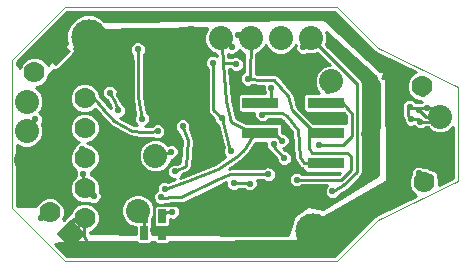
<source format=gbl>
G04 (created by PCBNEW (2013-jul-07)-stable) date Mon 22 Jun 2015 08:36:27 PM EDT*
%MOIN*%
G04 Gerber Fmt 3.4, Leading zero omitted, Abs format*
%FSLAX34Y34*%
G01*
G70*
G90*
G04 APERTURE LIST*
%ADD10C,0.00590551*%
%ADD11C,0.00393701*%
%ADD12R,0.119X0.038*%
%ADD13R,0.07X0.07*%
%ADD14C,0.07*%
%ADD15C,0.08*%
%ADD16C,0.11811*%
%ADD17R,0.025X0.045*%
%ADD18C,0.022*%
%ADD19C,0.009*%
%ADD20C,0.02*%
%ADD21C,0.01*%
G04 APERTURE END LIST*
G54D10*
G54D11*
X28718Y-19360D02*
X19662Y-19360D01*
X28718Y-27825D02*
X19662Y-27825D01*
X19662Y-27825D02*
X17891Y-26053D01*
X17891Y-21132D02*
X19662Y-19360D01*
X32753Y-25167D02*
X30096Y-26447D01*
X32753Y-22018D02*
X32753Y-25167D01*
X30096Y-20738D02*
X32753Y-22018D01*
X17891Y-21132D02*
X17891Y-26053D01*
X28718Y-19360D02*
X30096Y-20738D01*
X28718Y-27825D02*
X30096Y-26447D01*
G54D12*
X26170Y-22551D03*
X26170Y-23551D03*
X26170Y-24551D03*
X28350Y-22551D03*
X28350Y-23551D03*
X28350Y-24551D03*
G54D13*
X20325Y-21395D03*
G54D14*
X20325Y-22395D03*
X20325Y-23395D03*
X20325Y-24395D03*
X20325Y-25395D03*
X20325Y-26395D03*
G54D10*
G36*
X19355Y-20319D02*
X19850Y-20814D01*
X19355Y-21309D01*
X18860Y-20814D01*
X19355Y-20319D01*
X19355Y-20319D01*
G37*
G54D14*
X18648Y-21521D03*
G54D10*
G36*
X30182Y-21741D02*
X30478Y-21107D01*
X31112Y-21403D01*
X30817Y-22037D01*
X30182Y-21741D01*
X30182Y-21741D01*
G37*
G54D14*
X31554Y-21995D03*
G54D10*
G36*
X30541Y-26093D02*
X30245Y-25459D01*
X30880Y-25163D01*
X31175Y-25797D01*
X30541Y-26093D01*
X30541Y-26093D01*
G37*
G54D14*
X31617Y-25205D03*
G54D10*
G36*
X20356Y-26908D02*
X19861Y-27403D01*
X19366Y-26908D01*
X19861Y-26413D01*
X20356Y-26908D01*
X20356Y-26908D01*
G37*
G54D14*
X19154Y-26201D03*
G54D15*
X32170Y-23010D03*
X32130Y-24060D03*
X22676Y-24314D03*
G54D16*
X20450Y-20344D03*
X27930Y-26840D03*
G54D15*
X24850Y-20400D03*
X25850Y-20400D03*
X26850Y-20400D03*
X23850Y-20400D03*
X18383Y-23494D03*
X18383Y-22510D03*
X18379Y-24462D03*
X27857Y-20381D03*
G54D17*
X22886Y-26325D03*
X22286Y-26325D03*
X22299Y-26897D03*
X22899Y-26897D03*
G54D15*
X22092Y-26148D03*
X28533Y-21840D03*
G54D18*
X23247Y-26184D03*
X20277Y-24936D03*
X23332Y-24836D03*
X23585Y-23333D03*
X20624Y-25660D03*
X26637Y-20463D03*
X24584Y-21227D03*
X25827Y-25241D03*
X25299Y-25229D03*
X25190Y-24158D03*
X24894Y-23073D03*
X30750Y-21452D03*
X30681Y-25547D03*
X19754Y-27194D03*
X19362Y-20733D03*
X19632Y-20865D03*
X19976Y-27018D03*
X30610Y-21660D03*
X31623Y-23909D03*
X31056Y-23916D03*
X31266Y-24427D03*
X31900Y-24440D03*
X30946Y-25431D03*
X28128Y-23945D03*
X26238Y-22943D03*
X28578Y-25497D03*
X26544Y-22041D03*
X27608Y-20700D03*
X26616Y-23934D03*
X26978Y-24398D03*
X28854Y-21006D03*
X22614Y-26778D03*
X23765Y-20898D03*
X26064Y-22082D03*
X26400Y-20998D03*
X28986Y-23106D03*
X23638Y-25976D03*
X25836Y-23016D03*
X24024Y-24339D03*
X21371Y-24917D03*
X18483Y-25554D03*
X20713Y-21406D03*
X26196Y-26105D03*
X27059Y-23378D03*
X31469Y-22775D03*
X27534Y-22658D03*
X28004Y-21445D03*
X21858Y-24385D03*
X29898Y-23690D03*
X30033Y-23405D03*
X29796Y-23288D03*
X29646Y-23588D03*
X31161Y-22677D03*
X31214Y-23089D03*
X31722Y-22729D03*
X31511Y-23179D03*
X18932Y-24462D03*
X19226Y-23349D03*
X24890Y-26730D03*
X22755Y-23499D03*
X23190Y-24184D03*
X18582Y-21318D03*
X18600Y-21702D03*
X31602Y-22250D03*
X31773Y-22051D03*
X31457Y-24902D03*
X31770Y-25020D03*
X19128Y-26184D03*
X18867Y-26379D03*
X21446Y-22798D03*
X21156Y-22216D03*
X22096Y-20766D03*
X22233Y-23088D03*
X18678Y-22510D03*
X28416Y-22155D03*
X18678Y-23100D03*
X25437Y-20283D03*
X25763Y-21749D03*
X27389Y-25109D03*
X26439Y-24935D03*
X22866Y-25697D03*
X28469Y-23602D03*
X25233Y-20682D03*
X25366Y-21262D03*
X26061Y-23556D03*
X26895Y-23808D03*
X22983Y-25418D03*
X21867Y-25950D03*
X20400Y-23444D03*
X20238Y-24086D03*
G54D19*
X23112Y-26184D02*
X23027Y-26184D01*
X23027Y-26184D02*
X22886Y-26325D01*
X23247Y-26184D02*
X23112Y-26184D01*
X23112Y-26184D02*
X23147Y-26184D01*
X20295Y-25400D02*
X20338Y-25400D01*
X20338Y-25400D02*
X20624Y-25660D01*
X20277Y-24936D02*
X20295Y-25175D01*
X20295Y-25175D02*
X20295Y-25400D01*
X23760Y-23787D02*
X23585Y-23381D01*
X23585Y-23381D02*
X23585Y-23333D01*
X23332Y-24836D02*
X23694Y-24644D01*
X23694Y-24644D02*
X23760Y-23787D01*
X26700Y-20400D02*
X26850Y-20400D01*
X26637Y-20463D02*
X26700Y-20400D01*
X24612Y-22791D02*
X24894Y-23073D01*
X24612Y-21255D02*
X24612Y-22791D01*
X24584Y-21227D02*
X24612Y-21255D01*
X25827Y-25241D02*
X25815Y-25229D01*
X25815Y-25229D02*
X25299Y-25229D01*
X25190Y-24158D02*
X25145Y-24030D01*
X25145Y-24030D02*
X24894Y-23073D01*
X30725Y-21476D02*
X30725Y-21609D01*
X30750Y-21452D02*
X30725Y-21476D01*
X30796Y-25431D02*
X30946Y-25431D01*
X30681Y-25547D02*
X30796Y-25431D01*
X19754Y-27194D02*
X19861Y-26908D01*
X19455Y-20088D02*
X19420Y-20778D01*
X19362Y-20733D02*
X19420Y-20778D01*
X19632Y-20865D02*
X19420Y-20778D01*
X20298Y-26976D02*
X20560Y-27480D01*
X20560Y-27480D02*
X21690Y-27590D01*
X21690Y-27590D02*
X24320Y-27530D01*
X24320Y-27530D02*
X24790Y-27300D01*
X20325Y-26395D02*
X20298Y-26976D01*
X20298Y-26976D02*
X20299Y-26984D01*
X20325Y-26395D02*
X19917Y-26439D01*
X19917Y-26439D02*
X19861Y-26908D01*
X19976Y-27018D02*
X19763Y-27043D01*
X19763Y-27043D02*
X20325Y-26395D01*
X30610Y-21660D02*
X30641Y-21628D01*
X30641Y-21628D02*
X30866Y-21628D01*
X31063Y-23909D02*
X31623Y-23909D01*
X31056Y-23916D02*
X31063Y-23909D01*
X31462Y-24301D02*
X31392Y-24301D01*
X31392Y-24301D02*
X31266Y-24427D01*
X32130Y-24060D02*
X31199Y-24060D01*
X30946Y-24312D02*
X30946Y-25431D01*
X31199Y-24060D02*
X30946Y-24312D01*
X32130Y-24060D02*
X32130Y-24210D01*
X32130Y-24210D02*
X31900Y-24440D01*
X31980Y-24010D02*
X31230Y-24010D01*
X30866Y-23646D02*
X30866Y-21628D01*
X31230Y-24010D02*
X30866Y-23646D01*
X30718Y-21628D02*
X30866Y-21628D01*
X28895Y-19805D02*
X29277Y-20187D01*
X29277Y-20187D02*
X29315Y-20225D01*
X29315Y-20225D02*
X30718Y-21628D01*
X19905Y-19587D02*
X19455Y-20088D01*
X28600Y-19510D02*
X28895Y-19805D01*
X27857Y-19515D02*
X19905Y-19587D01*
X27857Y-19510D02*
X27857Y-19515D01*
X27857Y-19510D02*
X28600Y-19510D01*
X28350Y-22551D02*
X28935Y-22551D01*
X28948Y-23945D02*
X28128Y-23945D01*
X29223Y-23643D02*
X28948Y-23945D01*
X29219Y-22914D02*
X29223Y-23643D01*
X28935Y-22551D02*
X29219Y-22914D01*
X27063Y-22994D02*
X26901Y-22902D01*
X26901Y-22902D02*
X26301Y-22880D01*
X26301Y-22880D02*
X26238Y-22943D01*
X28350Y-24551D02*
X27627Y-24551D01*
X27428Y-23445D02*
X27063Y-22994D01*
X27063Y-22994D02*
X27066Y-22997D01*
X27504Y-24359D02*
X27428Y-23445D01*
X27627Y-24551D02*
X27504Y-24359D01*
X28782Y-21308D02*
X27857Y-20383D01*
X29378Y-21883D02*
X28782Y-21308D01*
X29395Y-24847D02*
X29401Y-21883D01*
X28945Y-25305D02*
X29395Y-24847D01*
X28667Y-25455D02*
X28945Y-25305D01*
X28578Y-25497D02*
X28667Y-25455D01*
X29401Y-21883D02*
X29378Y-21883D01*
X27857Y-20383D02*
X27857Y-20381D01*
X26523Y-22551D02*
X26170Y-22551D01*
X26544Y-22041D02*
X26523Y-22551D01*
X27608Y-20700D02*
X27857Y-20545D01*
X27857Y-20545D02*
X27857Y-20381D01*
X26616Y-24036D02*
X26616Y-23934D01*
X26978Y-24398D02*
X26616Y-24036D01*
X23644Y-25982D02*
X23458Y-25982D01*
X22704Y-25960D02*
X22623Y-26040D01*
X22623Y-26040D02*
X22623Y-26040D01*
X22714Y-25950D02*
X22704Y-25960D01*
X23426Y-25950D02*
X22714Y-25950D01*
X23458Y-25982D02*
X23426Y-25950D01*
X22655Y-26819D02*
X22685Y-26819D01*
X22614Y-26778D02*
X22655Y-26819D01*
X23850Y-20813D02*
X23850Y-20400D01*
X23765Y-20898D02*
X23850Y-20813D01*
X28868Y-21006D02*
X28971Y-20903D01*
X28854Y-21006D02*
X28868Y-21006D01*
X25604Y-23016D02*
X25836Y-23016D01*
X25376Y-22788D02*
X25604Y-23016D01*
X25376Y-22235D02*
X25376Y-22788D01*
X25462Y-22149D02*
X25376Y-22235D01*
X25997Y-22149D02*
X25462Y-22149D01*
X26064Y-22082D02*
X25997Y-22149D01*
X27199Y-21445D02*
X26803Y-21049D01*
X26803Y-21049D02*
X26400Y-20998D01*
X27199Y-21445D02*
X28004Y-21445D01*
X26403Y-21221D02*
X26400Y-20998D01*
X26159Y-21465D02*
X26403Y-21221D01*
X27534Y-22774D02*
X27534Y-22658D01*
X27782Y-23022D02*
X27534Y-22774D01*
X28902Y-23022D02*
X27782Y-23022D01*
X28986Y-23106D02*
X28902Y-23022D01*
X27666Y-21528D02*
X27921Y-21528D01*
X27921Y-21528D02*
X28004Y-21445D01*
X23638Y-25976D02*
X23644Y-25982D01*
X23644Y-25982D02*
X23622Y-25960D01*
X26013Y-23165D02*
X25985Y-23165D01*
X26013Y-23165D02*
X26040Y-23192D01*
X26040Y-23192D02*
X26040Y-23224D01*
X26039Y-23225D02*
X26040Y-23224D01*
X26039Y-23225D02*
X26908Y-23225D01*
X26908Y-23225D02*
X27059Y-23376D01*
X27059Y-23376D02*
X27059Y-23378D01*
X25985Y-23165D02*
X25836Y-23016D01*
X24201Y-24162D02*
X24201Y-23454D01*
X24024Y-24339D02*
X24201Y-24162D01*
X27059Y-23378D02*
X27059Y-23540D01*
X26954Y-24728D02*
X26936Y-24710D01*
X26954Y-25708D02*
X26954Y-24728D01*
X26362Y-26299D02*
X26954Y-25708D01*
X27059Y-23540D02*
X27218Y-23612D01*
X27218Y-23612D02*
X27218Y-24515D01*
X27218Y-24515D02*
X26936Y-24710D01*
X24444Y-22671D02*
X24444Y-22135D01*
X23850Y-21541D02*
X23850Y-20400D01*
X24444Y-22135D02*
X23850Y-21541D01*
X24444Y-23211D02*
X24444Y-22671D01*
X24201Y-23454D02*
X24444Y-23211D01*
X21168Y-24885D02*
X21339Y-24885D01*
X21339Y-24885D02*
X21371Y-24917D01*
X21168Y-25449D02*
X21168Y-24885D01*
X21168Y-24885D02*
X21168Y-24859D01*
X21168Y-24859D02*
X21628Y-24399D01*
X18600Y-25202D02*
X18600Y-25436D01*
X18600Y-25436D02*
X18483Y-25554D01*
X18932Y-24462D02*
X18932Y-24804D01*
X18932Y-24804D02*
X18567Y-25169D01*
X20450Y-21143D02*
X20450Y-20344D01*
X20713Y-21406D02*
X20450Y-21143D01*
X18379Y-24462D02*
X18379Y-24981D01*
X18379Y-24981D02*
X18567Y-25169D01*
X18567Y-25169D02*
X18600Y-25202D01*
X22899Y-26897D02*
X22685Y-26819D01*
X22685Y-26819D02*
X22639Y-26803D01*
X22639Y-26803D02*
X22623Y-26040D01*
X22618Y-25789D02*
X22498Y-25638D01*
X22623Y-26040D02*
X22618Y-25789D01*
X22498Y-25638D02*
X22290Y-25266D01*
X22290Y-25266D02*
X21858Y-24385D01*
X25134Y-26105D02*
X26196Y-26105D01*
X25083Y-26054D02*
X25134Y-26105D01*
X24973Y-26618D02*
X26044Y-26618D01*
X26044Y-26618D02*
X26362Y-26299D01*
X21872Y-24399D02*
X21628Y-24399D01*
X21628Y-24399D02*
X21350Y-24121D01*
X32001Y-23179D02*
X32170Y-23010D01*
X31511Y-23179D02*
X32001Y-23179D01*
X31704Y-23010D02*
X31469Y-22775D01*
X32170Y-23010D02*
X31704Y-23010D01*
X31421Y-23089D02*
X31511Y-23179D01*
X31214Y-23089D02*
X31421Y-23089D01*
X18897Y-24497D02*
X18932Y-24462D01*
X27534Y-21915D02*
X27534Y-22658D01*
X28004Y-21445D02*
X27534Y-21915D01*
X21872Y-24399D02*
X21858Y-24385D01*
X29898Y-23690D02*
X30033Y-23555D01*
X30033Y-23555D02*
X30033Y-23405D01*
X29796Y-23288D02*
X29646Y-23438D01*
X29646Y-23438D02*
X29646Y-23588D01*
X31110Y-22796D02*
X31110Y-22728D01*
X31110Y-22728D02*
X31161Y-22677D01*
X31110Y-22715D02*
X31110Y-22796D01*
X31110Y-22796D02*
X31110Y-22985D01*
X31110Y-22985D02*
X31214Y-23089D01*
X31722Y-22729D02*
X31889Y-22729D01*
X31889Y-22729D02*
X32170Y-23010D01*
X31124Y-22729D02*
X31722Y-22729D01*
X31110Y-22715D02*
X31124Y-22729D01*
X18932Y-24462D02*
X18939Y-24455D01*
X18939Y-24455D02*
X18939Y-23216D01*
X19226Y-23349D02*
X19093Y-23216D01*
X19093Y-23216D02*
X18939Y-23216D01*
X24890Y-26730D02*
X24819Y-26618D01*
X24819Y-26618D02*
X24973Y-26618D01*
X24973Y-26618D02*
X24980Y-26618D01*
X20295Y-22400D02*
X20629Y-22400D01*
X20629Y-22400D02*
X20943Y-22759D01*
X20943Y-22759D02*
X21306Y-23160D01*
X21306Y-23160D02*
X21912Y-23485D01*
X21912Y-23485D02*
X22266Y-23514D01*
X22266Y-23514D02*
X22452Y-23526D01*
X22452Y-23526D02*
X22755Y-23499D01*
X23190Y-24184D02*
X23161Y-24213D01*
X23161Y-24213D02*
X22754Y-24217D01*
G54D20*
X18582Y-21318D02*
X18713Y-21485D01*
X18600Y-21702D02*
X18713Y-21485D01*
X31602Y-22250D02*
X31773Y-22078D01*
X31773Y-22078D02*
X31773Y-22051D01*
X31457Y-24902D02*
X31563Y-25008D01*
X31563Y-25008D02*
X31853Y-25008D01*
G54D19*
X31781Y-25008D02*
X31853Y-25008D01*
X31770Y-25020D02*
X31781Y-25008D01*
G54D20*
X19128Y-26184D02*
X19056Y-26336D01*
X18867Y-26379D02*
X19056Y-26336D01*
G54D19*
X21446Y-22798D02*
X21329Y-22540D01*
X21329Y-22540D02*
X21156Y-22216D01*
X22111Y-21671D02*
X22111Y-21269D01*
X22111Y-21269D02*
X22096Y-20766D01*
X22233Y-23088D02*
X22113Y-22372D01*
X22113Y-22372D02*
X22111Y-21671D01*
X18678Y-22510D02*
X18383Y-22510D01*
X28533Y-22038D02*
X28533Y-21840D01*
X28416Y-22155D02*
X28533Y-22038D01*
X18383Y-23396D02*
X18383Y-23494D01*
X18678Y-23100D02*
X18383Y-23396D01*
X25695Y-20400D02*
X25850Y-20400D01*
X25437Y-20283D02*
X25695Y-20400D01*
X25778Y-21764D02*
X25914Y-21764D01*
X25763Y-21749D02*
X25778Y-21764D01*
X25914Y-21764D02*
X26136Y-21786D01*
X27997Y-23551D02*
X28350Y-23551D01*
X27225Y-22779D02*
X27997Y-23551D01*
X27095Y-22311D02*
X27225Y-22779D01*
X26636Y-21789D02*
X27095Y-22311D01*
X26411Y-21780D02*
X26636Y-21789D01*
X26136Y-21786D02*
X26411Y-21780D01*
X25835Y-21749D02*
X25850Y-20400D01*
X27389Y-25109D02*
X28874Y-25109D01*
X28874Y-25109D02*
X29184Y-24799D01*
X29184Y-24799D02*
X29184Y-24317D01*
X29184Y-24317D02*
X29076Y-24209D01*
X29076Y-24209D02*
X27888Y-24209D01*
X27888Y-24209D02*
X27799Y-24065D01*
X27799Y-24065D02*
X27799Y-23695D01*
X27799Y-23695D02*
X27862Y-23551D01*
X27862Y-23551D02*
X28350Y-23551D01*
X25170Y-24935D02*
X26439Y-24935D01*
X24705Y-25137D02*
X25170Y-24935D01*
X23532Y-25707D02*
X24705Y-25137D01*
X23286Y-25707D02*
X23532Y-25707D01*
X22887Y-25718D02*
X23286Y-25707D01*
X22866Y-25697D02*
X22887Y-25718D01*
X28418Y-23551D02*
X28350Y-23551D01*
X28469Y-23602D02*
X28418Y-23551D01*
X24951Y-20400D02*
X24850Y-20400D01*
X25233Y-20682D02*
X24951Y-20400D01*
X25331Y-21227D02*
X24930Y-21227D01*
X25366Y-21262D02*
X25331Y-21227D01*
X25032Y-22505D02*
X25209Y-23184D01*
X24892Y-20734D02*
X24926Y-21172D01*
X24926Y-21172D02*
X24930Y-21227D01*
X24930Y-21227D02*
X25032Y-22505D01*
X24850Y-20400D02*
X24892Y-20734D01*
X25945Y-23551D02*
X26113Y-23539D01*
X25209Y-23184D02*
X25945Y-23551D01*
X26009Y-23504D02*
X26113Y-23539D01*
X26061Y-23556D02*
X26009Y-23504D01*
X25589Y-24163D02*
X25589Y-24150D01*
X26009Y-23513D02*
X26113Y-23539D01*
X25842Y-23794D02*
X26009Y-23513D01*
X25691Y-24030D02*
X25842Y-23794D01*
X25589Y-24150D02*
X25691Y-24030D01*
X26895Y-23808D02*
X26638Y-23551D01*
X26638Y-23551D02*
X26113Y-23539D01*
X23730Y-25173D02*
X22983Y-25418D01*
X24764Y-24750D02*
X23730Y-25173D01*
X25586Y-24166D02*
X25589Y-24163D01*
X25589Y-24163D02*
X25358Y-24359D01*
X25358Y-24359D02*
X24764Y-24750D01*
X22040Y-26123D02*
X22149Y-26123D01*
X21867Y-25950D02*
X22040Y-26123D01*
X22299Y-26897D02*
X22286Y-26325D01*
X20400Y-23444D02*
X20351Y-23395D01*
X20351Y-23395D02*
X20325Y-23395D01*
X20244Y-23654D02*
X20295Y-23603D01*
X20295Y-23603D02*
X20295Y-23400D01*
X20238Y-24086D02*
X20295Y-24287D01*
X20295Y-24287D02*
X20295Y-24400D01*
X20265Y-24098D02*
X20295Y-24128D01*
X20295Y-24128D02*
X20295Y-24400D01*
G54D10*
G36*
X25015Y-24350D02*
X24668Y-24579D01*
X23669Y-24987D01*
X23668Y-24987D01*
X23489Y-25046D01*
X23552Y-24983D01*
X23575Y-24927D01*
X23785Y-24816D01*
X23803Y-24801D01*
X23820Y-24792D01*
X23830Y-24779D01*
X23844Y-24768D01*
X23855Y-24748D01*
X23867Y-24732D01*
X23872Y-24717D01*
X23880Y-24701D01*
X23882Y-24678D01*
X23888Y-24658D01*
X23954Y-23801D01*
X23953Y-23792D01*
X23954Y-23784D01*
X23948Y-23756D01*
X23945Y-23726D01*
X23940Y-23718D01*
X23938Y-23709D01*
X23822Y-23439D01*
X23844Y-23384D01*
X23845Y-23281D01*
X23805Y-23185D01*
X23732Y-23112D01*
X23636Y-23073D01*
X23533Y-23072D01*
X23437Y-23112D01*
X23364Y-23185D01*
X23325Y-23281D01*
X23324Y-23384D01*
X23364Y-23480D01*
X23437Y-23553D01*
X23448Y-23558D01*
X23561Y-23820D01*
X23507Y-24522D01*
X23450Y-24552D01*
X23450Y-24132D01*
X23410Y-24036D01*
X23337Y-23963D01*
X23241Y-23924D01*
X23138Y-23923D01*
X23085Y-23945D01*
X23015Y-23875D01*
X23015Y-23447D01*
X22975Y-23351D01*
X22902Y-23278D01*
X22806Y-23239D01*
X22703Y-23238D01*
X22607Y-23278D01*
X22566Y-23320D01*
X22449Y-23330D01*
X22343Y-23323D01*
X22380Y-23308D01*
X22453Y-23235D01*
X22492Y-23139D01*
X22493Y-23036D01*
X22453Y-22940D01*
X22396Y-22883D01*
X22308Y-22358D01*
X22306Y-21670D01*
X22306Y-21269D01*
X22305Y-21265D01*
X22305Y-21263D01*
X22296Y-20933D01*
X22316Y-20913D01*
X22355Y-20817D01*
X22356Y-20714D01*
X22316Y-20618D01*
X22243Y-20545D01*
X22147Y-20506D01*
X22044Y-20505D01*
X21948Y-20545D01*
X21875Y-20618D01*
X21836Y-20714D01*
X21835Y-20817D01*
X21875Y-20913D01*
X21906Y-20943D01*
X21916Y-21274D01*
X21916Y-21671D01*
X21916Y-21671D01*
X21916Y-21671D01*
X21918Y-22372D01*
X21921Y-22386D01*
X21920Y-22404D01*
X22011Y-22944D01*
X21973Y-23036D01*
X21972Y-23139D01*
X22012Y-23235D01*
X22080Y-23303D01*
X21968Y-23293D01*
X21515Y-23050D01*
X21593Y-23018D01*
X21666Y-22945D01*
X21705Y-22849D01*
X21706Y-22746D01*
X21666Y-22650D01*
X21593Y-22577D01*
X21552Y-22560D01*
X21506Y-22459D01*
X21502Y-22454D01*
X21501Y-22448D01*
X21411Y-22279D01*
X21415Y-22267D01*
X21416Y-22164D01*
X21376Y-22068D01*
X21303Y-21995D01*
X21207Y-21956D01*
X21104Y-21955D01*
X21008Y-21995D01*
X20935Y-22068D01*
X20896Y-22164D01*
X20895Y-22267D01*
X20935Y-22363D01*
X21008Y-22436D01*
X21065Y-22459D01*
X21154Y-22626D01*
X21196Y-22720D01*
X21188Y-22739D01*
X21090Y-22631D01*
X21089Y-22630D01*
X20825Y-22327D01*
X20825Y-22295D01*
X20749Y-22112D01*
X20608Y-21971D01*
X20424Y-21895D01*
X20225Y-21894D01*
X20042Y-21970D01*
X19901Y-22111D01*
X19825Y-22295D01*
X19824Y-22494D01*
X19900Y-22677D01*
X20041Y-22818D01*
X20225Y-22894D01*
X20424Y-22895D01*
X20607Y-22819D01*
X20676Y-22750D01*
X20796Y-22887D01*
X20797Y-22888D01*
X20798Y-22889D01*
X21154Y-23282D01*
X21155Y-23283D01*
X21156Y-23284D01*
X21161Y-23290D01*
X21181Y-23305D01*
X21213Y-23331D01*
X21819Y-23656D01*
X21821Y-23657D01*
X21822Y-23658D01*
X21860Y-23669D01*
X21892Y-23678D01*
X21894Y-23678D01*
X21896Y-23679D01*
X22250Y-23708D01*
X22252Y-23708D01*
X22253Y-23708D01*
X22439Y-23720D01*
X22454Y-23718D01*
X22469Y-23720D01*
X22597Y-23708D01*
X22607Y-23719D01*
X22703Y-23758D01*
X22806Y-23759D01*
X22902Y-23719D01*
X22975Y-23646D01*
X23014Y-23550D01*
X23015Y-23447D01*
X23015Y-23875D01*
X22987Y-23848D01*
X22785Y-23764D01*
X22567Y-23763D01*
X22364Y-23847D01*
X22210Y-24002D01*
X22126Y-24204D01*
X22125Y-24422D01*
X22209Y-24625D01*
X22364Y-24779D01*
X22566Y-24863D01*
X22784Y-24864D01*
X22987Y-24780D01*
X23141Y-24625D01*
X23217Y-24444D01*
X23241Y-24444D01*
X23337Y-24404D01*
X23410Y-24331D01*
X23449Y-24235D01*
X23450Y-24132D01*
X23450Y-24552D01*
X23396Y-24581D01*
X23383Y-24576D01*
X23280Y-24575D01*
X23184Y-24615D01*
X23111Y-24688D01*
X23072Y-24784D01*
X23071Y-24887D01*
X23111Y-24983D01*
X23184Y-25056D01*
X23280Y-25095D01*
X23338Y-25096D01*
X23085Y-25179D01*
X23034Y-25158D01*
X22931Y-25157D01*
X22835Y-25197D01*
X22762Y-25270D01*
X22723Y-25366D01*
X22722Y-25469D01*
X22724Y-25474D01*
X22718Y-25476D01*
X22645Y-25549D01*
X22606Y-25645D01*
X22605Y-25748D01*
X22645Y-25844D01*
X22718Y-25917D01*
X22797Y-25949D01*
X22731Y-25949D01*
X22676Y-25972D01*
X22633Y-26014D01*
X22633Y-26017D01*
X22558Y-25836D01*
X22403Y-25682D01*
X22201Y-25598D01*
X21983Y-25597D01*
X21780Y-25681D01*
X21741Y-25720D01*
X21719Y-25729D01*
X21646Y-25802D01*
X21637Y-25824D01*
X21626Y-25836D01*
X21542Y-26038D01*
X21541Y-26256D01*
X21625Y-26459D01*
X21780Y-26613D01*
X21982Y-26697D01*
X22023Y-26697D01*
X22023Y-26701D01*
X22023Y-26912D01*
X20884Y-26903D01*
X20884Y-25608D01*
X20844Y-25512D01*
X20824Y-25493D01*
X20825Y-25295D01*
X20749Y-25112D01*
X20608Y-24971D01*
X20536Y-24941D01*
X20537Y-24884D01*
X20524Y-24853D01*
X20607Y-24819D01*
X20748Y-24678D01*
X20824Y-24494D01*
X20825Y-24295D01*
X20749Y-24112D01*
X20608Y-23971D01*
X20424Y-23895D01*
X20414Y-23895D01*
X20414Y-23895D01*
X20424Y-23895D01*
X20607Y-23819D01*
X20748Y-23678D01*
X20824Y-23494D01*
X20825Y-23295D01*
X20749Y-23112D01*
X20608Y-22971D01*
X20424Y-22895D01*
X20225Y-22894D01*
X20042Y-22970D01*
X19901Y-23111D01*
X19825Y-23295D01*
X19824Y-23494D01*
X19900Y-23677D01*
X20041Y-23818D01*
X20122Y-23852D01*
X20090Y-23865D01*
X20017Y-23938D01*
X19978Y-24034D01*
X19978Y-24034D01*
X19901Y-24111D01*
X19825Y-24295D01*
X19824Y-24494D01*
X19900Y-24677D01*
X20041Y-24818D01*
X20043Y-24819D01*
X20017Y-24884D01*
X20016Y-24987D01*
X20019Y-24993D01*
X19901Y-25111D01*
X19825Y-25295D01*
X19824Y-25494D01*
X19900Y-25677D01*
X20041Y-25818D01*
X20225Y-25894D01*
X20424Y-25895D01*
X20471Y-25875D01*
X20476Y-25880D01*
X20572Y-25919D01*
X20675Y-25920D01*
X20771Y-25880D01*
X20844Y-25807D01*
X20883Y-25711D01*
X20884Y-25608D01*
X20884Y-26903D01*
X20506Y-26900D01*
X20506Y-26878D01*
X20500Y-26863D01*
X20607Y-26819D01*
X20748Y-26678D01*
X20824Y-26494D01*
X20825Y-26295D01*
X20749Y-26112D01*
X20608Y-25971D01*
X20424Y-25895D01*
X20225Y-25894D01*
X20042Y-25970D01*
X19901Y-26111D01*
X19838Y-26263D01*
X19837Y-26263D01*
X19831Y-26263D01*
X19776Y-26286D01*
X19734Y-26328D01*
X19619Y-26443D01*
X19599Y-26432D01*
X19654Y-26301D01*
X19654Y-26102D01*
X19578Y-25918D01*
X19438Y-25777D01*
X19254Y-25701D01*
X19055Y-25701D01*
X18871Y-25777D01*
X18730Y-25917D01*
X18705Y-25979D01*
X18075Y-25998D01*
X18061Y-25983D01*
X18061Y-23949D01*
X18071Y-23960D01*
X18273Y-24044D01*
X18492Y-24044D01*
X18694Y-23961D01*
X18849Y-23806D01*
X18933Y-23604D01*
X18933Y-23385D01*
X18883Y-23263D01*
X18899Y-23248D01*
X18938Y-23152D01*
X18938Y-23049D01*
X18899Y-22953D01*
X18826Y-22880D01*
X18801Y-22870D01*
X18849Y-22822D01*
X18933Y-22620D01*
X18933Y-22574D01*
X18938Y-22562D01*
X18938Y-22458D01*
X18933Y-22446D01*
X18933Y-22401D01*
X18850Y-22199D01*
X18711Y-22060D01*
X18748Y-22021D01*
X18931Y-21945D01*
X19072Y-21805D01*
X19148Y-21621D01*
X19148Y-21597D01*
X19291Y-21445D01*
X19325Y-21459D01*
X19385Y-21459D01*
X19440Y-21436D01*
X19482Y-21394D01*
X19977Y-20899D01*
X20000Y-20844D01*
X20000Y-20784D01*
X19977Y-20729D01*
X19972Y-20724D01*
X20551Y-20109D01*
X24412Y-20059D01*
X24384Y-20088D01*
X24300Y-20290D01*
X24299Y-20508D01*
X24383Y-20711D01*
X24538Y-20865D01*
X24712Y-20938D01*
X24717Y-21000D01*
X24635Y-20967D01*
X24532Y-20966D01*
X24436Y-21006D01*
X24363Y-21079D01*
X24324Y-21175D01*
X24323Y-21278D01*
X24363Y-21374D01*
X24417Y-21427D01*
X24417Y-22791D01*
X24431Y-22865D01*
X24474Y-22928D01*
X24633Y-23088D01*
X24633Y-23124D01*
X24673Y-23220D01*
X24746Y-23293D01*
X24750Y-23294D01*
X24950Y-24056D01*
X24930Y-24106D01*
X24929Y-24209D01*
X24969Y-24305D01*
X25015Y-24350D01*
X25015Y-24350D01*
G37*
G54D21*
X25015Y-24350D02*
X24668Y-24579D01*
X23669Y-24987D01*
X23668Y-24987D01*
X23489Y-25046D01*
X23552Y-24983D01*
X23575Y-24927D01*
X23785Y-24816D01*
X23803Y-24801D01*
X23820Y-24792D01*
X23830Y-24779D01*
X23844Y-24768D01*
X23855Y-24748D01*
X23867Y-24732D01*
X23872Y-24717D01*
X23880Y-24701D01*
X23882Y-24678D01*
X23888Y-24658D01*
X23954Y-23801D01*
X23953Y-23792D01*
X23954Y-23784D01*
X23948Y-23756D01*
X23945Y-23726D01*
X23940Y-23718D01*
X23938Y-23709D01*
X23822Y-23439D01*
X23844Y-23384D01*
X23845Y-23281D01*
X23805Y-23185D01*
X23732Y-23112D01*
X23636Y-23073D01*
X23533Y-23072D01*
X23437Y-23112D01*
X23364Y-23185D01*
X23325Y-23281D01*
X23324Y-23384D01*
X23364Y-23480D01*
X23437Y-23553D01*
X23448Y-23558D01*
X23561Y-23820D01*
X23507Y-24522D01*
X23450Y-24552D01*
X23450Y-24132D01*
X23410Y-24036D01*
X23337Y-23963D01*
X23241Y-23924D01*
X23138Y-23923D01*
X23085Y-23945D01*
X23015Y-23875D01*
X23015Y-23447D01*
X22975Y-23351D01*
X22902Y-23278D01*
X22806Y-23239D01*
X22703Y-23238D01*
X22607Y-23278D01*
X22566Y-23320D01*
X22449Y-23330D01*
X22343Y-23323D01*
X22380Y-23308D01*
X22453Y-23235D01*
X22492Y-23139D01*
X22493Y-23036D01*
X22453Y-22940D01*
X22396Y-22883D01*
X22308Y-22358D01*
X22306Y-21670D01*
X22306Y-21269D01*
X22305Y-21265D01*
X22305Y-21263D01*
X22296Y-20933D01*
X22316Y-20913D01*
X22355Y-20817D01*
X22356Y-20714D01*
X22316Y-20618D01*
X22243Y-20545D01*
X22147Y-20506D01*
X22044Y-20505D01*
X21948Y-20545D01*
X21875Y-20618D01*
X21836Y-20714D01*
X21835Y-20817D01*
X21875Y-20913D01*
X21906Y-20943D01*
X21916Y-21274D01*
X21916Y-21671D01*
X21916Y-21671D01*
X21916Y-21671D01*
X21918Y-22372D01*
X21921Y-22386D01*
X21920Y-22404D01*
X22011Y-22944D01*
X21973Y-23036D01*
X21972Y-23139D01*
X22012Y-23235D01*
X22080Y-23303D01*
X21968Y-23293D01*
X21515Y-23050D01*
X21593Y-23018D01*
X21666Y-22945D01*
X21705Y-22849D01*
X21706Y-22746D01*
X21666Y-22650D01*
X21593Y-22577D01*
X21552Y-22560D01*
X21506Y-22459D01*
X21502Y-22454D01*
X21501Y-22448D01*
X21411Y-22279D01*
X21415Y-22267D01*
X21416Y-22164D01*
X21376Y-22068D01*
X21303Y-21995D01*
X21207Y-21956D01*
X21104Y-21955D01*
X21008Y-21995D01*
X20935Y-22068D01*
X20896Y-22164D01*
X20895Y-22267D01*
X20935Y-22363D01*
X21008Y-22436D01*
X21065Y-22459D01*
X21154Y-22626D01*
X21196Y-22720D01*
X21188Y-22739D01*
X21090Y-22631D01*
X21089Y-22630D01*
X20825Y-22327D01*
X20825Y-22295D01*
X20749Y-22112D01*
X20608Y-21971D01*
X20424Y-21895D01*
X20225Y-21894D01*
X20042Y-21970D01*
X19901Y-22111D01*
X19825Y-22295D01*
X19824Y-22494D01*
X19900Y-22677D01*
X20041Y-22818D01*
X20225Y-22894D01*
X20424Y-22895D01*
X20607Y-22819D01*
X20676Y-22750D01*
X20796Y-22887D01*
X20797Y-22888D01*
X20798Y-22889D01*
X21154Y-23282D01*
X21155Y-23283D01*
X21156Y-23284D01*
X21161Y-23290D01*
X21181Y-23305D01*
X21213Y-23331D01*
X21819Y-23656D01*
X21821Y-23657D01*
X21822Y-23658D01*
X21860Y-23669D01*
X21892Y-23678D01*
X21894Y-23678D01*
X21896Y-23679D01*
X22250Y-23708D01*
X22252Y-23708D01*
X22253Y-23708D01*
X22439Y-23720D01*
X22454Y-23718D01*
X22469Y-23720D01*
X22597Y-23708D01*
X22607Y-23719D01*
X22703Y-23758D01*
X22806Y-23759D01*
X22902Y-23719D01*
X22975Y-23646D01*
X23014Y-23550D01*
X23015Y-23447D01*
X23015Y-23875D01*
X22987Y-23848D01*
X22785Y-23764D01*
X22567Y-23763D01*
X22364Y-23847D01*
X22210Y-24002D01*
X22126Y-24204D01*
X22125Y-24422D01*
X22209Y-24625D01*
X22364Y-24779D01*
X22566Y-24863D01*
X22784Y-24864D01*
X22987Y-24780D01*
X23141Y-24625D01*
X23217Y-24444D01*
X23241Y-24444D01*
X23337Y-24404D01*
X23410Y-24331D01*
X23449Y-24235D01*
X23450Y-24132D01*
X23450Y-24552D01*
X23396Y-24581D01*
X23383Y-24576D01*
X23280Y-24575D01*
X23184Y-24615D01*
X23111Y-24688D01*
X23072Y-24784D01*
X23071Y-24887D01*
X23111Y-24983D01*
X23184Y-25056D01*
X23280Y-25095D01*
X23338Y-25096D01*
X23085Y-25179D01*
X23034Y-25158D01*
X22931Y-25157D01*
X22835Y-25197D01*
X22762Y-25270D01*
X22723Y-25366D01*
X22722Y-25469D01*
X22724Y-25474D01*
X22718Y-25476D01*
X22645Y-25549D01*
X22606Y-25645D01*
X22605Y-25748D01*
X22645Y-25844D01*
X22718Y-25917D01*
X22797Y-25949D01*
X22731Y-25949D01*
X22676Y-25972D01*
X22633Y-26014D01*
X22633Y-26017D01*
X22558Y-25836D01*
X22403Y-25682D01*
X22201Y-25598D01*
X21983Y-25597D01*
X21780Y-25681D01*
X21741Y-25720D01*
X21719Y-25729D01*
X21646Y-25802D01*
X21637Y-25824D01*
X21626Y-25836D01*
X21542Y-26038D01*
X21541Y-26256D01*
X21625Y-26459D01*
X21780Y-26613D01*
X21982Y-26697D01*
X22023Y-26697D01*
X22023Y-26701D01*
X22023Y-26912D01*
X20884Y-26903D01*
X20884Y-25608D01*
X20844Y-25512D01*
X20824Y-25493D01*
X20825Y-25295D01*
X20749Y-25112D01*
X20608Y-24971D01*
X20536Y-24941D01*
X20537Y-24884D01*
X20524Y-24853D01*
X20607Y-24819D01*
X20748Y-24678D01*
X20824Y-24494D01*
X20825Y-24295D01*
X20749Y-24112D01*
X20608Y-23971D01*
X20424Y-23895D01*
X20414Y-23895D01*
X20414Y-23895D01*
X20424Y-23895D01*
X20607Y-23819D01*
X20748Y-23678D01*
X20824Y-23494D01*
X20825Y-23295D01*
X20749Y-23112D01*
X20608Y-22971D01*
X20424Y-22895D01*
X20225Y-22894D01*
X20042Y-22970D01*
X19901Y-23111D01*
X19825Y-23295D01*
X19824Y-23494D01*
X19900Y-23677D01*
X20041Y-23818D01*
X20122Y-23852D01*
X20090Y-23865D01*
X20017Y-23938D01*
X19978Y-24034D01*
X19978Y-24034D01*
X19901Y-24111D01*
X19825Y-24295D01*
X19824Y-24494D01*
X19900Y-24677D01*
X20041Y-24818D01*
X20043Y-24819D01*
X20017Y-24884D01*
X20016Y-24987D01*
X20019Y-24993D01*
X19901Y-25111D01*
X19825Y-25295D01*
X19824Y-25494D01*
X19900Y-25677D01*
X20041Y-25818D01*
X20225Y-25894D01*
X20424Y-25895D01*
X20471Y-25875D01*
X20476Y-25880D01*
X20572Y-25919D01*
X20675Y-25920D01*
X20771Y-25880D01*
X20844Y-25807D01*
X20883Y-25711D01*
X20884Y-25608D01*
X20884Y-26903D01*
X20506Y-26900D01*
X20506Y-26878D01*
X20500Y-26863D01*
X20607Y-26819D01*
X20748Y-26678D01*
X20824Y-26494D01*
X20825Y-26295D01*
X20749Y-26112D01*
X20608Y-25971D01*
X20424Y-25895D01*
X20225Y-25894D01*
X20042Y-25970D01*
X19901Y-26111D01*
X19838Y-26263D01*
X19837Y-26263D01*
X19831Y-26263D01*
X19776Y-26286D01*
X19734Y-26328D01*
X19619Y-26443D01*
X19599Y-26432D01*
X19654Y-26301D01*
X19654Y-26102D01*
X19578Y-25918D01*
X19438Y-25777D01*
X19254Y-25701D01*
X19055Y-25701D01*
X18871Y-25777D01*
X18730Y-25917D01*
X18705Y-25979D01*
X18075Y-25998D01*
X18061Y-25983D01*
X18061Y-23949D01*
X18071Y-23960D01*
X18273Y-24044D01*
X18492Y-24044D01*
X18694Y-23961D01*
X18849Y-23806D01*
X18933Y-23604D01*
X18933Y-23385D01*
X18883Y-23263D01*
X18899Y-23248D01*
X18938Y-23152D01*
X18938Y-23049D01*
X18899Y-22953D01*
X18826Y-22880D01*
X18801Y-22870D01*
X18849Y-22822D01*
X18933Y-22620D01*
X18933Y-22574D01*
X18938Y-22562D01*
X18938Y-22458D01*
X18933Y-22446D01*
X18933Y-22401D01*
X18850Y-22199D01*
X18711Y-22060D01*
X18748Y-22021D01*
X18931Y-21945D01*
X19072Y-21805D01*
X19148Y-21621D01*
X19148Y-21597D01*
X19291Y-21445D01*
X19325Y-21459D01*
X19385Y-21459D01*
X19440Y-21436D01*
X19482Y-21394D01*
X19977Y-20899D01*
X20000Y-20844D01*
X20000Y-20784D01*
X19977Y-20729D01*
X19972Y-20724D01*
X20551Y-20109D01*
X24412Y-20059D01*
X24384Y-20088D01*
X24300Y-20290D01*
X24299Y-20508D01*
X24383Y-20711D01*
X24538Y-20865D01*
X24712Y-20938D01*
X24717Y-21000D01*
X24635Y-20967D01*
X24532Y-20966D01*
X24436Y-21006D01*
X24363Y-21079D01*
X24324Y-21175D01*
X24323Y-21278D01*
X24363Y-21374D01*
X24417Y-21427D01*
X24417Y-22791D01*
X24431Y-22865D01*
X24474Y-22928D01*
X24633Y-23088D01*
X24633Y-23124D01*
X24673Y-23220D01*
X24746Y-23293D01*
X24750Y-23294D01*
X24950Y-24056D01*
X24930Y-24106D01*
X24929Y-24209D01*
X24969Y-24305D01*
X25015Y-24350D01*
G54D10*
G36*
X29025Y-23232D02*
X28974Y-23211D01*
X28915Y-23210D01*
X27932Y-23210D01*
X27398Y-22677D01*
X27282Y-22258D01*
X27279Y-22253D01*
X27279Y-22248D01*
X27265Y-22224D01*
X27248Y-22190D01*
X27243Y-22186D01*
X27241Y-22182D01*
X26782Y-21660D01*
X26780Y-21658D01*
X26779Y-21656D01*
X26751Y-21636D01*
X26722Y-21614D01*
X26719Y-21613D01*
X26717Y-21612D01*
X26684Y-21603D01*
X26648Y-21594D01*
X26646Y-21594D01*
X26643Y-21594D01*
X26418Y-21585D01*
X26412Y-21586D01*
X26406Y-21585D01*
X26142Y-21590D01*
X26031Y-21580D01*
X26038Y-20917D01*
X26161Y-20866D01*
X26315Y-20711D01*
X26349Y-20630D01*
X26383Y-20711D01*
X26538Y-20865D01*
X26740Y-20949D01*
X26958Y-20950D01*
X27161Y-20866D01*
X27315Y-20711D01*
X27357Y-20612D01*
X27360Y-20618D01*
X27348Y-20648D01*
X27347Y-20751D01*
X27387Y-20847D01*
X27460Y-20920D01*
X27556Y-20959D01*
X27659Y-20960D01*
X27738Y-20927D01*
X27747Y-20930D01*
X27965Y-20931D01*
X28081Y-20883D01*
X28488Y-21289D01*
X28424Y-21289D01*
X28221Y-21373D01*
X28067Y-21528D01*
X27983Y-21730D01*
X27982Y-21948D01*
X28066Y-22151D01*
X28126Y-22210D01*
X27725Y-22210D01*
X27670Y-22233D01*
X27627Y-22275D01*
X27605Y-22331D01*
X27604Y-22390D01*
X27604Y-22770D01*
X27627Y-22825D01*
X27669Y-22868D01*
X27725Y-22890D01*
X27784Y-22891D01*
X28953Y-22891D01*
X29024Y-22982D01*
X29025Y-23232D01*
X29025Y-23232D01*
G37*
G54D21*
X29025Y-23232D02*
X28974Y-23211D01*
X28915Y-23210D01*
X27932Y-23210D01*
X27398Y-22677D01*
X27282Y-22258D01*
X27279Y-22253D01*
X27279Y-22248D01*
X27265Y-22224D01*
X27248Y-22190D01*
X27243Y-22186D01*
X27241Y-22182D01*
X26782Y-21660D01*
X26780Y-21658D01*
X26779Y-21656D01*
X26751Y-21636D01*
X26722Y-21614D01*
X26719Y-21613D01*
X26717Y-21612D01*
X26684Y-21603D01*
X26648Y-21594D01*
X26646Y-21594D01*
X26643Y-21594D01*
X26418Y-21585D01*
X26412Y-21586D01*
X26406Y-21585D01*
X26142Y-21590D01*
X26031Y-21580D01*
X26038Y-20917D01*
X26161Y-20866D01*
X26315Y-20711D01*
X26349Y-20630D01*
X26383Y-20711D01*
X26538Y-20865D01*
X26740Y-20949D01*
X26958Y-20950D01*
X27161Y-20866D01*
X27315Y-20711D01*
X27357Y-20612D01*
X27360Y-20618D01*
X27348Y-20648D01*
X27347Y-20751D01*
X27387Y-20847D01*
X27460Y-20920D01*
X27556Y-20959D01*
X27659Y-20960D01*
X27738Y-20927D01*
X27747Y-20930D01*
X27965Y-20931D01*
X28081Y-20883D01*
X28488Y-21289D01*
X28424Y-21289D01*
X28221Y-21373D01*
X28067Y-21528D01*
X27983Y-21730D01*
X27982Y-21948D01*
X28066Y-22151D01*
X28126Y-22210D01*
X27725Y-22210D01*
X27670Y-22233D01*
X27627Y-22275D01*
X27605Y-22331D01*
X27604Y-22390D01*
X27604Y-22770D01*
X27627Y-22825D01*
X27669Y-22868D01*
X27725Y-22890D01*
X27784Y-22891D01*
X28953Y-22891D01*
X29024Y-22982D01*
X29025Y-23232D01*
G54D10*
G36*
X30147Y-21891D02*
X30100Y-24952D01*
X28271Y-26106D01*
X27780Y-25975D01*
X27297Y-26308D01*
X27093Y-26949D01*
X22574Y-26916D01*
X22574Y-26642D01*
X22554Y-26595D01*
X22560Y-26579D01*
X22561Y-26520D01*
X22561Y-26452D01*
X22610Y-26332D01*
X22610Y-26579D01*
X22633Y-26634D01*
X22675Y-26677D01*
X22731Y-26699D01*
X22790Y-26700D01*
X23040Y-26700D01*
X23095Y-26677D01*
X23138Y-26635D01*
X23160Y-26579D01*
X23161Y-26520D01*
X23161Y-26429D01*
X23195Y-26443D01*
X23298Y-26444D01*
X23394Y-26404D01*
X23467Y-26331D01*
X23506Y-26235D01*
X23507Y-26132D01*
X23467Y-26036D01*
X23394Y-25963D01*
X23298Y-25924D01*
X23195Y-25923D01*
X23099Y-25963D01*
X23092Y-25971D01*
X23040Y-25950D01*
X22981Y-25949D01*
X22934Y-25949D01*
X23013Y-25917D01*
X23021Y-25909D01*
X23285Y-25901D01*
X23286Y-25902D01*
X23532Y-25902D01*
X23537Y-25900D01*
X23543Y-25901D01*
X23574Y-25893D01*
X23606Y-25887D01*
X23611Y-25883D01*
X23617Y-25882D01*
X24790Y-25312D01*
X24791Y-25312D01*
X25039Y-25204D01*
X25038Y-25280D01*
X25078Y-25376D01*
X25151Y-25449D01*
X25247Y-25488D01*
X25350Y-25489D01*
X25446Y-25449D01*
X25471Y-25424D01*
X25642Y-25424D01*
X25679Y-25461D01*
X25775Y-25500D01*
X25878Y-25501D01*
X25974Y-25461D01*
X26047Y-25388D01*
X26086Y-25292D01*
X26087Y-25189D01*
X26062Y-25130D01*
X26266Y-25130D01*
X26291Y-25155D01*
X26387Y-25194D01*
X26490Y-25195D01*
X26586Y-25155D01*
X26659Y-25082D01*
X26698Y-24986D01*
X26699Y-24883D01*
X26659Y-24787D01*
X26586Y-24714D01*
X26490Y-24675D01*
X26387Y-24674D01*
X26291Y-24714D01*
X26266Y-24740D01*
X25170Y-24740D01*
X25168Y-24740D01*
X25166Y-24739D01*
X25121Y-24749D01*
X25117Y-24750D01*
X25465Y-24521D01*
X25471Y-24514D01*
X25484Y-24507D01*
X25715Y-24311D01*
X25718Y-24307D01*
X25723Y-24303D01*
X25726Y-24300D01*
X25743Y-24276D01*
X25743Y-24276D01*
X25762Y-24252D01*
X25764Y-24244D01*
X25839Y-24156D01*
X25846Y-24144D01*
X25855Y-24135D01*
X26006Y-23899D01*
X26007Y-23896D01*
X26009Y-23893D01*
X26011Y-23891D01*
X26356Y-23891D01*
X26355Y-23985D01*
X26395Y-24081D01*
X26457Y-24143D01*
X26478Y-24173D01*
X26717Y-24413D01*
X26717Y-24449D01*
X26757Y-24545D01*
X26830Y-24618D01*
X26926Y-24657D01*
X27029Y-24658D01*
X27125Y-24618D01*
X27198Y-24545D01*
X27237Y-24449D01*
X27238Y-24346D01*
X27198Y-24250D01*
X27125Y-24177D01*
X27029Y-24138D01*
X26993Y-24138D01*
X26923Y-24068D01*
X26946Y-24068D01*
X27042Y-24028D01*
X27115Y-23955D01*
X27154Y-23859D01*
X27155Y-23756D01*
X27115Y-23660D01*
X27042Y-23587D01*
X26946Y-23548D01*
X26915Y-23548D01*
X26915Y-23331D01*
X26892Y-23276D01*
X26850Y-23233D01*
X26794Y-23211D01*
X26735Y-23210D01*
X25700Y-23210D01*
X25375Y-23048D01*
X25224Y-22470D01*
X25141Y-21422D01*
X25158Y-21422D01*
X25218Y-21482D01*
X25314Y-21521D01*
X25417Y-21522D01*
X25513Y-21482D01*
X25586Y-21409D01*
X25625Y-21313D01*
X25626Y-21210D01*
X25586Y-21114D01*
X25513Y-21041D01*
X25417Y-21002D01*
X25314Y-21001D01*
X25241Y-21032D01*
X25111Y-21032D01*
X25101Y-20908D01*
X25181Y-20941D01*
X25284Y-20942D01*
X25380Y-20902D01*
X25453Y-20829D01*
X25467Y-20795D01*
X25538Y-20865D01*
X25648Y-20911D01*
X25642Y-21517D01*
X25615Y-21528D01*
X25542Y-21601D01*
X25503Y-21697D01*
X25502Y-21800D01*
X25542Y-21896D01*
X25615Y-21969D01*
X25711Y-22008D01*
X25814Y-22009D01*
X25910Y-21969D01*
X25918Y-21961D01*
X26117Y-21980D01*
X26129Y-21979D01*
X26140Y-21980D01*
X26288Y-21977D01*
X26284Y-21989D01*
X26283Y-22092D01*
X26323Y-22188D01*
X26342Y-22206D01*
X26342Y-22210D01*
X25545Y-22210D01*
X25490Y-22233D01*
X25447Y-22275D01*
X25425Y-22331D01*
X25424Y-22390D01*
X25424Y-22770D01*
X25447Y-22825D01*
X25489Y-22868D01*
X25545Y-22890D01*
X25604Y-22891D01*
X25978Y-22891D01*
X25978Y-22891D01*
X25977Y-22994D01*
X26017Y-23090D01*
X26090Y-23163D01*
X26186Y-23202D01*
X26289Y-23203D01*
X26385Y-23163D01*
X26458Y-23090D01*
X26462Y-23081D01*
X26846Y-23095D01*
X26934Y-23145D01*
X27238Y-23520D01*
X27310Y-24375D01*
X27312Y-24381D01*
X27312Y-24393D01*
X27325Y-24427D01*
X27331Y-24448D01*
X27335Y-24453D01*
X27339Y-24464D01*
X27462Y-24656D01*
X27477Y-24672D01*
X27489Y-24688D01*
X27502Y-24698D01*
X27515Y-24711D01*
X27535Y-24719D01*
X27552Y-24731D01*
X27568Y-24734D01*
X27584Y-24741D01*
X27604Y-24741D01*
X27604Y-24770D01*
X27627Y-24825D01*
X27669Y-24868D01*
X27725Y-24890D01*
X27784Y-24891D01*
X28816Y-24891D01*
X28793Y-24914D01*
X27561Y-24914D01*
X27536Y-24888D01*
X27440Y-24849D01*
X27337Y-24848D01*
X27241Y-24888D01*
X27168Y-24961D01*
X27129Y-25057D01*
X27128Y-25160D01*
X27168Y-25256D01*
X27241Y-25329D01*
X27337Y-25368D01*
X27440Y-25369D01*
X27536Y-25329D01*
X27561Y-25304D01*
X28403Y-25304D01*
X28357Y-25349D01*
X28318Y-25445D01*
X28317Y-25548D01*
X28357Y-25644D01*
X28430Y-25717D01*
X28526Y-25756D01*
X28629Y-25757D01*
X28725Y-25717D01*
X28798Y-25644D01*
X28818Y-25594D01*
X29037Y-25476D01*
X29062Y-25456D01*
X29083Y-25441D01*
X29534Y-24985D01*
X29576Y-24921D01*
X29590Y-24846D01*
X29590Y-24845D01*
X29595Y-21887D01*
X29596Y-21883D01*
X29581Y-21808D01*
X29538Y-21745D01*
X29475Y-21702D01*
X29470Y-21701D01*
X28918Y-21168D01*
X28358Y-20608D01*
X28406Y-20490D01*
X28407Y-20272D01*
X28367Y-20177D01*
X30046Y-21679D01*
X30034Y-21705D01*
X30031Y-21765D01*
X30051Y-21821D01*
X30092Y-21865D01*
X30146Y-21890D01*
X30147Y-21891D01*
X30147Y-21891D01*
G37*
G54D21*
X30147Y-21891D02*
X30100Y-24952D01*
X28271Y-26106D01*
X27780Y-25975D01*
X27297Y-26308D01*
X27093Y-26949D01*
X22574Y-26916D01*
X22574Y-26642D01*
X22554Y-26595D01*
X22560Y-26579D01*
X22561Y-26520D01*
X22561Y-26452D01*
X22610Y-26332D01*
X22610Y-26579D01*
X22633Y-26634D01*
X22675Y-26677D01*
X22731Y-26699D01*
X22790Y-26700D01*
X23040Y-26700D01*
X23095Y-26677D01*
X23138Y-26635D01*
X23160Y-26579D01*
X23161Y-26520D01*
X23161Y-26429D01*
X23195Y-26443D01*
X23298Y-26444D01*
X23394Y-26404D01*
X23467Y-26331D01*
X23506Y-26235D01*
X23507Y-26132D01*
X23467Y-26036D01*
X23394Y-25963D01*
X23298Y-25924D01*
X23195Y-25923D01*
X23099Y-25963D01*
X23092Y-25971D01*
X23040Y-25950D01*
X22981Y-25949D01*
X22934Y-25949D01*
X23013Y-25917D01*
X23021Y-25909D01*
X23285Y-25901D01*
X23286Y-25902D01*
X23532Y-25902D01*
X23537Y-25900D01*
X23543Y-25901D01*
X23574Y-25893D01*
X23606Y-25887D01*
X23611Y-25883D01*
X23617Y-25882D01*
X24790Y-25312D01*
X24791Y-25312D01*
X25039Y-25204D01*
X25038Y-25280D01*
X25078Y-25376D01*
X25151Y-25449D01*
X25247Y-25488D01*
X25350Y-25489D01*
X25446Y-25449D01*
X25471Y-25424D01*
X25642Y-25424D01*
X25679Y-25461D01*
X25775Y-25500D01*
X25878Y-25501D01*
X25974Y-25461D01*
X26047Y-25388D01*
X26086Y-25292D01*
X26087Y-25189D01*
X26062Y-25130D01*
X26266Y-25130D01*
X26291Y-25155D01*
X26387Y-25194D01*
X26490Y-25195D01*
X26586Y-25155D01*
X26659Y-25082D01*
X26698Y-24986D01*
X26699Y-24883D01*
X26659Y-24787D01*
X26586Y-24714D01*
X26490Y-24675D01*
X26387Y-24674D01*
X26291Y-24714D01*
X26266Y-24740D01*
X25170Y-24740D01*
X25168Y-24740D01*
X25166Y-24739D01*
X25121Y-24749D01*
X25117Y-24750D01*
X25465Y-24521D01*
X25471Y-24514D01*
X25484Y-24507D01*
X25715Y-24311D01*
X25718Y-24307D01*
X25723Y-24303D01*
X25726Y-24300D01*
X25743Y-24276D01*
X25743Y-24276D01*
X25762Y-24252D01*
X25764Y-24244D01*
X25839Y-24156D01*
X25846Y-24144D01*
X25855Y-24135D01*
X26006Y-23899D01*
X26007Y-23896D01*
X26009Y-23893D01*
X26011Y-23891D01*
X26356Y-23891D01*
X26355Y-23985D01*
X26395Y-24081D01*
X26457Y-24143D01*
X26478Y-24173D01*
X26717Y-24413D01*
X26717Y-24449D01*
X26757Y-24545D01*
X26830Y-24618D01*
X26926Y-24657D01*
X27029Y-24658D01*
X27125Y-24618D01*
X27198Y-24545D01*
X27237Y-24449D01*
X27238Y-24346D01*
X27198Y-24250D01*
X27125Y-24177D01*
X27029Y-24138D01*
X26993Y-24138D01*
X26923Y-24068D01*
X26946Y-24068D01*
X27042Y-24028D01*
X27115Y-23955D01*
X27154Y-23859D01*
X27155Y-23756D01*
X27115Y-23660D01*
X27042Y-23587D01*
X26946Y-23548D01*
X26915Y-23548D01*
X26915Y-23331D01*
X26892Y-23276D01*
X26850Y-23233D01*
X26794Y-23211D01*
X26735Y-23210D01*
X25700Y-23210D01*
X25375Y-23048D01*
X25224Y-22470D01*
X25141Y-21422D01*
X25158Y-21422D01*
X25218Y-21482D01*
X25314Y-21521D01*
X25417Y-21522D01*
X25513Y-21482D01*
X25586Y-21409D01*
X25625Y-21313D01*
X25626Y-21210D01*
X25586Y-21114D01*
X25513Y-21041D01*
X25417Y-21002D01*
X25314Y-21001D01*
X25241Y-21032D01*
X25111Y-21032D01*
X25101Y-20908D01*
X25181Y-20941D01*
X25284Y-20942D01*
X25380Y-20902D01*
X25453Y-20829D01*
X25467Y-20795D01*
X25538Y-20865D01*
X25648Y-20911D01*
X25642Y-21517D01*
X25615Y-21528D01*
X25542Y-21601D01*
X25503Y-21697D01*
X25502Y-21800D01*
X25542Y-21896D01*
X25615Y-21969D01*
X25711Y-22008D01*
X25814Y-22009D01*
X25910Y-21969D01*
X25918Y-21961D01*
X26117Y-21980D01*
X26129Y-21979D01*
X26140Y-21980D01*
X26288Y-21977D01*
X26284Y-21989D01*
X26283Y-22092D01*
X26323Y-22188D01*
X26342Y-22206D01*
X26342Y-22210D01*
X25545Y-22210D01*
X25490Y-22233D01*
X25447Y-22275D01*
X25425Y-22331D01*
X25424Y-22390D01*
X25424Y-22770D01*
X25447Y-22825D01*
X25489Y-22868D01*
X25545Y-22890D01*
X25604Y-22891D01*
X25978Y-22891D01*
X25978Y-22891D01*
X25977Y-22994D01*
X26017Y-23090D01*
X26090Y-23163D01*
X26186Y-23202D01*
X26289Y-23203D01*
X26385Y-23163D01*
X26458Y-23090D01*
X26462Y-23081D01*
X26846Y-23095D01*
X26934Y-23145D01*
X27238Y-23520D01*
X27310Y-24375D01*
X27312Y-24381D01*
X27312Y-24393D01*
X27325Y-24427D01*
X27331Y-24448D01*
X27335Y-24453D01*
X27339Y-24464D01*
X27462Y-24656D01*
X27477Y-24672D01*
X27489Y-24688D01*
X27502Y-24698D01*
X27515Y-24711D01*
X27535Y-24719D01*
X27552Y-24731D01*
X27568Y-24734D01*
X27584Y-24741D01*
X27604Y-24741D01*
X27604Y-24770D01*
X27627Y-24825D01*
X27669Y-24868D01*
X27725Y-24890D01*
X27784Y-24891D01*
X28816Y-24891D01*
X28793Y-24914D01*
X27561Y-24914D01*
X27536Y-24888D01*
X27440Y-24849D01*
X27337Y-24848D01*
X27241Y-24888D01*
X27168Y-24961D01*
X27129Y-25057D01*
X27128Y-25160D01*
X27168Y-25256D01*
X27241Y-25329D01*
X27337Y-25368D01*
X27440Y-25369D01*
X27536Y-25329D01*
X27561Y-25304D01*
X28403Y-25304D01*
X28357Y-25349D01*
X28318Y-25445D01*
X28317Y-25548D01*
X28357Y-25644D01*
X28430Y-25717D01*
X28526Y-25756D01*
X28629Y-25757D01*
X28725Y-25717D01*
X28798Y-25644D01*
X28818Y-25594D01*
X29037Y-25476D01*
X29062Y-25456D01*
X29083Y-25441D01*
X29534Y-24985D01*
X29576Y-24921D01*
X29590Y-24846D01*
X29590Y-24845D01*
X29595Y-21887D01*
X29596Y-21883D01*
X29581Y-21808D01*
X29538Y-21745D01*
X29475Y-21702D01*
X29470Y-21701D01*
X28918Y-21168D01*
X28358Y-20608D01*
X28406Y-20490D01*
X28407Y-20272D01*
X28367Y-20177D01*
X30046Y-21679D01*
X30034Y-21705D01*
X30031Y-21765D01*
X30051Y-21821D01*
X30092Y-21865D01*
X30146Y-21890D01*
X30147Y-21891D01*
G54D10*
G36*
X32583Y-25061D02*
X32117Y-25286D01*
X32117Y-25106D01*
X32094Y-25051D01*
X32103Y-25008D01*
X32084Y-24913D01*
X32029Y-24831D01*
X31948Y-24777D01*
X31853Y-24758D01*
X31844Y-24758D01*
X31717Y-24705D01*
X31628Y-24705D01*
X31604Y-24681D01*
X31508Y-24642D01*
X31405Y-24641D01*
X31309Y-24681D01*
X31236Y-24754D01*
X31197Y-24850D01*
X31196Y-24918D01*
X31193Y-24922D01*
X31117Y-25105D01*
X31117Y-25304D01*
X31193Y-25488D01*
X31333Y-25629D01*
X31371Y-25645D01*
X30022Y-26294D01*
X29999Y-26311D01*
X29976Y-26327D01*
X28647Y-27655D01*
X19733Y-27655D01*
X19328Y-27250D01*
X19747Y-27192D01*
X22036Y-27182D01*
X22046Y-27206D01*
X22088Y-27249D01*
X22144Y-27271D01*
X22203Y-27272D01*
X22453Y-27272D01*
X22508Y-27249D01*
X22551Y-27207D01*
X22562Y-27180D01*
X22635Y-27179D01*
X22646Y-27206D01*
X22688Y-27249D01*
X22744Y-27271D01*
X22803Y-27272D01*
X23053Y-27272D01*
X23108Y-27249D01*
X23151Y-27207D01*
X23163Y-27177D01*
X27436Y-27157D01*
X28236Y-26399D01*
X30399Y-25169D01*
X30367Y-21533D01*
X30175Y-21503D01*
X28303Y-19770D01*
X20969Y-19816D01*
X20870Y-19717D01*
X20598Y-19604D01*
X20303Y-19604D01*
X20031Y-19716D01*
X19822Y-19924D01*
X19709Y-20196D01*
X19709Y-20491D01*
X19742Y-20570D01*
X19099Y-21304D01*
X19072Y-21238D01*
X18932Y-21097D01*
X18748Y-21021D01*
X18549Y-21021D01*
X18365Y-21097D01*
X18224Y-21237D01*
X18165Y-21380D01*
X18061Y-21256D01*
X18061Y-21202D01*
X19733Y-19530D01*
X28647Y-19530D01*
X29976Y-20858D01*
X29999Y-20874D01*
X30022Y-20891D01*
X31359Y-21534D01*
X31271Y-21571D01*
X31130Y-21711D01*
X31054Y-21895D01*
X31054Y-22094D01*
X31130Y-22278D01*
X31270Y-22418D01*
X31454Y-22495D01*
X31514Y-22495D01*
X31550Y-22509D01*
X31573Y-22509D01*
X31554Y-22528D01*
X31520Y-22515D01*
X31417Y-22514D01*
X31381Y-22529D01*
X31308Y-22456D01*
X31212Y-22417D01*
X31109Y-22416D01*
X31013Y-22456D01*
X30940Y-22529D01*
X30901Y-22625D01*
X30900Y-22728D01*
X30915Y-22762D01*
X30915Y-22796D01*
X30915Y-22985D01*
X30929Y-23059D01*
X30953Y-23095D01*
X30953Y-23140D01*
X30993Y-23236D01*
X31066Y-23309D01*
X31162Y-23348D01*
X31265Y-23349D01*
X31299Y-23335D01*
X31363Y-23399D01*
X31459Y-23438D01*
X31562Y-23439D01*
X31658Y-23399D01*
X31683Y-23374D01*
X31756Y-23374D01*
X31858Y-23475D01*
X32060Y-23559D01*
X32278Y-23560D01*
X32481Y-23476D01*
X32583Y-23374D01*
X32583Y-25061D01*
X32583Y-25061D01*
G37*
G54D21*
X32583Y-25061D02*
X32117Y-25286D01*
X32117Y-25106D01*
X32094Y-25051D01*
X32103Y-25008D01*
X32084Y-24913D01*
X32029Y-24831D01*
X31948Y-24777D01*
X31853Y-24758D01*
X31844Y-24758D01*
X31717Y-24705D01*
X31628Y-24705D01*
X31604Y-24681D01*
X31508Y-24642D01*
X31405Y-24641D01*
X31309Y-24681D01*
X31236Y-24754D01*
X31197Y-24850D01*
X31196Y-24918D01*
X31193Y-24922D01*
X31117Y-25105D01*
X31117Y-25304D01*
X31193Y-25488D01*
X31333Y-25629D01*
X31371Y-25645D01*
X30022Y-26294D01*
X29999Y-26311D01*
X29976Y-26327D01*
X28647Y-27655D01*
X19733Y-27655D01*
X19328Y-27250D01*
X19747Y-27192D01*
X22036Y-27182D01*
X22046Y-27206D01*
X22088Y-27249D01*
X22144Y-27271D01*
X22203Y-27272D01*
X22453Y-27272D01*
X22508Y-27249D01*
X22551Y-27207D01*
X22562Y-27180D01*
X22635Y-27179D01*
X22646Y-27206D01*
X22688Y-27249D01*
X22744Y-27271D01*
X22803Y-27272D01*
X23053Y-27272D01*
X23108Y-27249D01*
X23151Y-27207D01*
X23163Y-27177D01*
X27436Y-27157D01*
X28236Y-26399D01*
X30399Y-25169D01*
X30367Y-21533D01*
X30175Y-21503D01*
X28303Y-19770D01*
X20969Y-19816D01*
X20870Y-19717D01*
X20598Y-19604D01*
X20303Y-19604D01*
X20031Y-19716D01*
X19822Y-19924D01*
X19709Y-20196D01*
X19709Y-20491D01*
X19742Y-20570D01*
X19099Y-21304D01*
X19072Y-21238D01*
X18932Y-21097D01*
X18748Y-21021D01*
X18549Y-21021D01*
X18365Y-21097D01*
X18224Y-21237D01*
X18165Y-21380D01*
X18061Y-21256D01*
X18061Y-21202D01*
X19733Y-19530D01*
X28647Y-19530D01*
X29976Y-20858D01*
X29999Y-20874D01*
X30022Y-20891D01*
X31359Y-21534D01*
X31271Y-21571D01*
X31130Y-21711D01*
X31054Y-21895D01*
X31054Y-22094D01*
X31130Y-22278D01*
X31270Y-22418D01*
X31454Y-22495D01*
X31514Y-22495D01*
X31550Y-22509D01*
X31573Y-22509D01*
X31554Y-22528D01*
X31520Y-22515D01*
X31417Y-22514D01*
X31381Y-22529D01*
X31308Y-22456D01*
X31212Y-22417D01*
X31109Y-22416D01*
X31013Y-22456D01*
X30940Y-22529D01*
X30901Y-22625D01*
X30900Y-22728D01*
X30915Y-22762D01*
X30915Y-22796D01*
X30915Y-22985D01*
X30929Y-23059D01*
X30953Y-23095D01*
X30953Y-23140D01*
X30993Y-23236D01*
X31066Y-23309D01*
X31162Y-23348D01*
X31265Y-23349D01*
X31299Y-23335D01*
X31363Y-23399D01*
X31459Y-23438D01*
X31562Y-23439D01*
X31658Y-23399D01*
X31683Y-23374D01*
X31756Y-23374D01*
X31858Y-23475D01*
X32060Y-23559D01*
X32278Y-23560D01*
X32481Y-23476D01*
X32583Y-23374D01*
X32583Y-25061D01*
M02*

</source>
